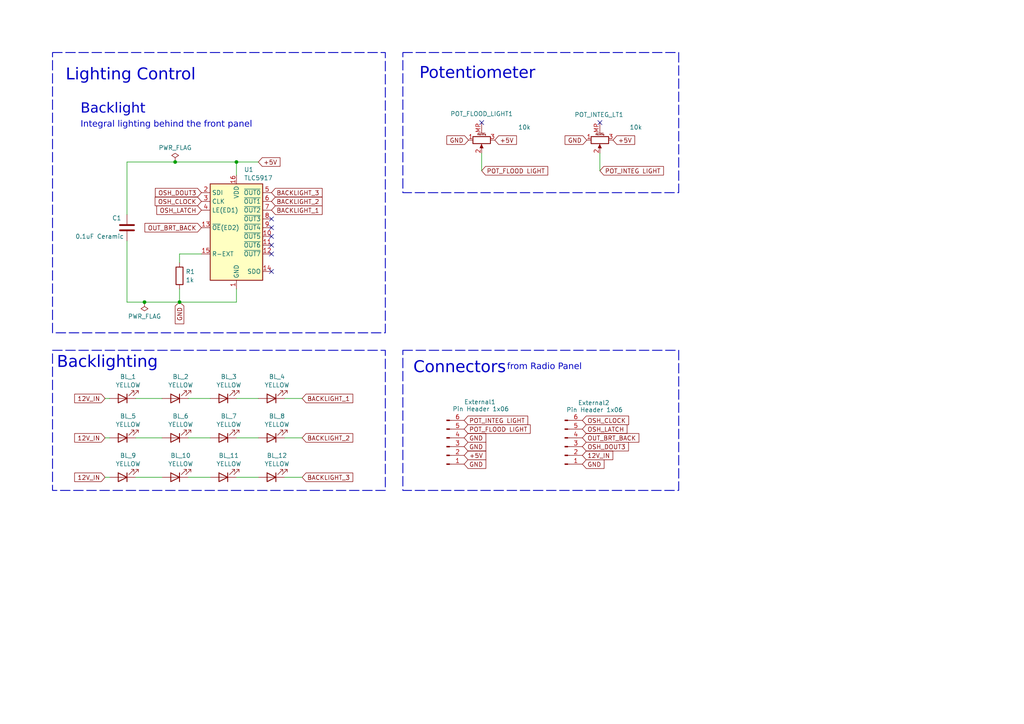
<source format=kicad_sch>
(kicad_sch (version 20231120) (generator "eeschema") (generator_version "8.0")
  (paper "A4")
  (title_block (title "LIGHTING PEDESTAL CAPT Panel") (date "2024-11-18") (rev "V1.0") (company "S.K.") (comment 1 "This panel has be connected to Radio Panel on Captain side"))
  (lib_symbols
    (symbol "Connector:Conn_01x06_Pin" (pin_names (offset 1.016) hide)
      (property "Reference" "J" (at 0 7.62 0))
      (property "Value" "Conn_01x06_Pin" (at 0 -10.16 0))
      (symbol "Conn_01x06_Pin_1_1"
        (polyline (pts (xy 1.27 -7.62) (xy 0.8636 -7.62)) (stroke (width 0.1524)))
        (polyline (pts (xy 1.27 -5.08) (xy 0.8636 -5.08)) (stroke (width 0.1524)))
        (polyline (pts (xy 1.27 -2.54) (xy 0.8636 -2.54)) (stroke (width 0.1524)))
        (polyline (pts (xy 1.27 0) (xy 0.8636 0)) (stroke (width 0.1524)))
        (polyline (pts (xy 1.27 2.54) (xy 0.8636 2.54)) (stroke (width 0.1524)))
        (polyline (pts (xy 1.27 5.08) (xy 0.8636 5.08)) (stroke (width 0.1524)))
        (rectangle (start 0.8636 -7.493) (end 0 -7.747) (stroke (width 0.1524)) (fill (type outline)))
        (rectangle (start 0.8636 -4.953) (end 0 -5.207) (stroke (width 0.1524)) (fill (type outline)))
        (rectangle (start 0.8636 -2.413) (end 0 -2.667) (stroke (width 0.1524)) (fill (type outline)))
        (rectangle (start 0.8636 0.127) (end 0 -0.127) (stroke (width 0.1524)) (fill (type outline)))
        (rectangle (start 0.8636 2.667) (end 0 2.413) (stroke (width 0.1524)) (fill (type outline)))
        (rectangle (start 0.8636 5.207) (end 0 4.953) (stroke (width 0.1524)) (fill (type outline)))
        (pin passive line (at 5.08 5.08 180) (length 3.81) (name "Pin_1") (number "1"))
        (pin passive line (at 5.08 2.54 180) (length 3.81) (name "Pin_2") (number "2"))
        (pin passive line (at 5.08 0 180) (length 3.81) (name "Pin_3") (number "3"))
        (pin passive line (at 5.08 -2.54 180) (length 3.81) (name "Pin_4") (number "4"))
        (pin passive line (at 5.08 -5.08 180) (length 3.81) (name "Pin_5") (number "5"))
        (pin passive line (at 5.08 -7.62 180) (length 3.81) (name "Pin_6") (number "6"))
      )
    )
    (symbol "Device:C" (pin_numbers hide) (pin_names (offset 0.254))
      (property "Reference" "C" (at 0.635 2.54 0))
      (property "Value" "C" (at 0.635 -2.54 0))
      (symbol "C_0_1"
        (polyline (pts (xy -2.032 -0.762) (xy 2.032 -0.762)) (stroke (width 0.508)))
        (polyline (pts (xy -2.032 0.762) (xy 2.032 0.762)) (stroke (width 0.508)))
      )
      (symbol "C_1_1"
        (pin passive line (at 0 3.81 270) (length 2.794) (name "~") (number "1"))
        (pin passive line (at 0 -3.81 90) (length 2.794) (name "~") (number "2"))
      )
    )
    (symbol "Device:LED" (pin_numbers hide) (pin_names (offset 1.016) hide)
      (property "Reference" "D" (at 0 2.54 0))
      (property "Value" "LED" (at 0 -2.54 0))
      (symbol "LED_0_1"
        (polyline (pts (xy -1.27 -1.27) (xy -1.27 1.27)) (stroke (width 0.254)))
        (polyline (pts (xy -1.27 0) (xy 1.27 0)))
        (polyline (pts (xy 1.27 -1.27) (xy 1.27 1.27) (xy -1.27 0) (xy 1.27 -1.27)) (stroke (width 0.254)))
        (polyline (pts (xy -3.048 -0.762) (xy -4.572 -2.286) (xy -3.81 -2.286) (xy -4.572 -2.286) (xy -4.572 -1.524)))
        (polyline (pts (xy -1.778 -0.762) (xy -3.302 -2.286) (xy -2.54 -2.286) (xy -3.302 -2.286) (xy -3.302 -1.524)))
      )
      (symbol "LED_1_1"
        (pin passive line (at -3.81 0 0) (length 2.54) (name "K") (number "1"))
        (pin passive line (at 3.81 0 180) (length 2.54) (name "A") (number "2"))
      )
    )
    (symbol "Device:R" (pin_numbers hide) (pin_names (offset 0))
      (property "Reference" "R" (at 2.032 0 90))
      (property "Value" "R" (at 0 0 90))
      (symbol "R_0_1"
        (rectangle (start -1.016 -2.54) (end 1.016 2.54) (stroke (width 0.254)))
      )
      (symbol "R_1_1"
        (pin passive line (at 0 3.81 270) (length 1.27) (name "~") (number "1"))
        (pin passive line (at 0 -3.81 90) (length 1.27) (name "~") (number "2"))
      )
    )
    (symbol "Device:R_Potentiometer_MountingPin" (pin_names (offset 1.016) hide)
      (property "Reference" "RV" (at -8.255 0 90))
      (property "Value" "R_Potentiometer_MountingPin" (at -6.35 0 90))
      (symbol "R_Potentiometer_MountingPin_0_1"
        (polyline (pts (xy 2.54 0) (xy 1.524 0)))
        (polyline (pts (xy 1.143 0) (xy 2.286 0.508) (xy 2.286 -0.508)) (fill (type outline)))
        (rectangle (start 1.016 2.54) (end -1.016 -2.54) (stroke (width 0.254)))
      )
      (symbol "R_Potentiometer_MountingPin_1_1"
        (polyline (pts (xy -2.032 1.016) (xy -2.032 -1.016)) (stroke (width 0.1524)))
        (text "Mounting" (at -1.651 0 900) (effects (font (size 0.381 0.381))))
        (pin passive line (at 0 3.81 270) (length 1.27) (name "1") (number "1"))
        (pin passive line (at 3.81 0 180) (length 1.27) (name "2") (number "2"))
        (pin passive line (at 0 -3.81 90) (length 1.27) (name "3") (number "3"))
        (pin passive line (at -5.08 0 0) (length 3.048) (name "MountPin") (number "MP"))
      )
    )
    (symbol "Driver_LED:TLC5917"
      (property "Reference" "U" (at -7.62 13.97 0))
      (property "Value" "TLC5917" (at -7.62 -16.51 0))
      (symbol "TLC5917_1_0"
        (pin power_in line (at 0 -17.78 90) (length 2.54) (name "GND") (number "1"))
        (pin open_collector line (at 10.16 -2.54 180) (length 2.54) (name "~{OUT5}") (number "10"))
        (pin open_collector line (at 10.16 -5.08 180) (length 2.54) (name "~{OUT6}") (number "11"))
        (pin open_collector line (at 10.16 -7.62 180) (length 2.54) (name "~{OUT7}") (number "12"))
        (pin passive line (at -10.16 0 0) (length 2.54) (name "~{OE}(ED2)") (number "13"))
        (pin output line (at 10.16 -12.7 180) (length 2.54) (name "SDO") (number "14"))
        (pin input line (at -10.16 -7.62 0) (length 2.54) (name "R-EXT") (number "15"))
        (pin power_in line (at 0 15.24 270) (length 2.54) (name "VDD") (number "16"))
        (pin input line (at -10.16 10.16 0) (length 2.54) (name "SDI") (number "2"))
        (pin input line (at -10.16 7.62 0) (length 2.54) (name "CLK") (number "3"))
        (pin passive line (at -10.16 5.08 0) (length 2.54) (name "LE(ED1)") (number "4"))
        (pin open_collector line (at 10.16 10.16 180) (length 2.54) (name "~{OUT0}") (number "5"))
        (pin open_collector line (at 10.16 7.62 180) (length 2.54) (name "~{OUT1}") (number "6"))
        (pin open_collector line (at 10.16 5.08 180) (length 2.54) (name "~{OUT2}") (number "7"))
        (pin open_collector line (at 10.16 2.54 180) (length 2.54) (name "~{OUT3}") (number "8"))
        (pin open_collector line (at 10.16 0 180) (length 2.54) (name "~{OUT4}") (number "9"))
      )
      (symbol "TLC5917_1_1"
        (rectangle (start -7.62 12.7) (end 7.62 -15.24) (stroke (width 0.254)) (fill (type background)))
      )
    )
    (symbol "power:PWR_FLAG" (power) (pin_numbers hide) (pin_names (offset 0) hide)
      (property "Value" "PWR_FLAG" (at 0 3.81 0))
      (symbol "PWR_FLAG_0_0"
        (pin power_out line (at 0 0 90) (length 0) (name "~") (number "1"))
      )
      (symbol "PWR_FLAG_0_1"
        (polyline (pts (xy 0 0) (xy 0 1.27) (xy -1.016 1.905) (xy 0 2.54) (xy 1.016 1.905) (xy 0 1.27)))
      )
    )
  )
  (junction (at 68.58 46.99))
  (junction (at 41.91 87.63))
  (junction (at 50.8 46.99))
  (junction (at 52.07 87.63))
  (no_connect (at 78.74 63.5))
  (no_connect (at 173.99 35.56))
  (no_connect (at 78.74 78.74))
  (no_connect (at 139.7 35.56))
  (no_connect (at 78.74 73.66))
  (no_connect (at 78.74 68.58))
  (no_connect (at 78.74 71.12))
  (no_connect (at 78.74 66.04))
  (wire (pts (xy 52.07 73.66) (xy 52.07 76.2)))
  (wire (pts (xy 54.61 138.43) (xy 60.96 138.43)))
  (wire (pts (xy 139.7 49.53) (xy 139.7 44.45)))
  (wire (pts (xy 41.91 87.63) (xy 52.07 87.63)))
  (wire (pts (xy 36.83 46.99) (xy 50.8 46.99)))
  (wire (pts (xy 58.42 73.66) (xy 52.07 73.66)))
  (wire (pts (xy 39.37 115.57) (xy 46.99 115.57)))
  (wire (pts (xy 30.48 115.57) (xy 31.75 115.57)))
  (wire (pts (xy 68.58 138.43) (xy 74.93 138.43)))
  (wire (pts (xy 36.83 87.63) (xy 41.91 87.63)))
  (wire (pts (xy 68.58 46.99) (xy 68.58 50.8)))
  (wire (pts (xy 82.55 127) (xy 87.63 127)))
  (wire (pts (xy 31.75 138.43) (xy 30.48 138.43)))
  (wire (pts (xy 50.8 46.99) (xy 68.58 46.99)))
  (wire (pts (xy 39.37 127) (xy 46.99 127)))
  (wire (pts (xy 36.83 46.99) (xy 36.83 62.23)))
  (wire (pts (xy 31.75 127) (xy 30.48 127)))
  (wire (pts (xy 52.07 87.63) (xy 68.58 87.63)))
  (wire (pts (xy 68.58 46.99) (xy 74.93 46.99)))
  (wire (pts (xy 82.55 138.43) (xy 87.63 138.43)))
  (wire (pts (xy 54.61 127) (xy 60.96 127)))
  (wire (pts (xy 68.58 115.57) (xy 74.93 115.57)))
  (wire (pts (xy 82.55 115.57) (xy 87.63 115.57)))
  (wire (pts (xy 68.58 127) (xy 74.93 127)))
  (wire (pts (xy 173.99 49.53) (xy 173.99 44.45)))
  (wire (pts (xy 54.61 115.57) (xy 60.96 115.57)))
  (wire (pts (xy 36.83 69.85) (xy 36.83 87.63)))
  (wire (pts (xy 52.07 83.82) (xy 52.07 87.63)))
  (wire (pts (xy 68.58 87.63) (xy 68.58 83.82)))
  (wire (pts (xy 39.37 138.43) (xy 46.99 138.43)))
  (rectangle (start 15.24 15.24) (end 111.76 96.52) (stroke (width 0.254) (type dash)))
  (rectangle (start 116.84 101.6) (end 196.85 142.24) (stroke (width 0.254) (type dash)))
  (rectangle (start 116.84 15.24) (end 196.85 55.88) (stroke (width 0.254) (type dash)))
  (rectangle (start 15.2399 101.6) (end 111.76 142.24) (stroke (width 0.254) (type dash)))
  (text "Integral lighting behind the front panel" (at 23.368 35.6108 0) (effects (font (size 1.8288 1.8288)) (justify left top)))
  (text "Potentiometer" (at 121.666 20.32 0) (effects (font (size 3.3782 3.3782)) (justify left top)))
  (text "from Radio Panel" (at 147.066 105.918 0) (effects (font (size 1.8288 1.8288)) (justify left top)))
  (text "Backlighting" (at 16.51 104.14 0) (effects (font (size 3.3782 3.3782)) (justify left top)))
  (text "Connectors" (at 119.888 105.664 0) (effects (font (size 3.3782 3.3782)) (justify left top)))
  (text "Backlight" (at 23.368 30.734 0) (effects (font (size 2.8956 2.8956)) (justify left top)))
  (text "Lighting Control" (at 19.05 20.7518 0) (effects (font (size 3.3782 3.3782)) (justify left top)))
  (global_label "POT_INTEG LIGHT" (shape input) (at 134.62 121.92 0) (property "Intersheetrefs" "${INTERSHEET_REFS}" (effects (hide yes))))
  (global_label "12V_IN" (shape input) (at 30.48 115.57 180) (property "Intersheetrefs" "${INTERSHEET_REFS}" (effects (hide yes))))
  (global_label "OSH_DOUT3" (shape input) (at 58.42 55.88 180) (property "Intersheetrefs" "${INTERSHEET_REFS}" (effects (hide yes))))
  (global_label "+5V" (shape input) (at 143.51 40.64 0) (property "Intersheetrefs" "${INTERSHEET_REFS}" (effects (hide yes))))
  (global_label "+5V" (shape input) (at 177.8 40.64 0) (property "Intersheetrefs" "${INTERSHEET_REFS}" (effects (hide yes))))
  (global_label "BACKLIGHT_3" (shape input) (at 87.63 138.43 0) (property "Intersheetrefs" "${INTERSHEET_REFS}" (effects (hide yes))))
  (global_label "12V_IN" (shape input) (at 168.91 132.08 0) (property "Intersheetrefs" "${INTERSHEET_REFS}" (effects (hide yes))))
  (global_label "+5V" (shape input) (at 134.62 132.08 0) (property "Intersheetrefs" "${INTERSHEET_REFS}" (effects (hide yes))))
  (global_label "GND" (shape input) (at 134.62 129.54 0) (property "Intersheetrefs" "${INTERSHEET_REFS}" (effects (hide yes))))
  (global_label "GND" (shape input) (at 170.18 40.64 180) (property "Intersheetrefs" "${INTERSHEET_REFS}" (effects (hide yes))))
  (global_label "GND" (shape input) (at 134.62 134.62 0) (property "Intersheetrefs" "${INTERSHEET_REFS}" (effects (hide yes))))
  (global_label "BACKLIGHT_2" (shape input) (at 87.63 127 0) (property "Intersheetrefs" "${INTERSHEET_REFS}" (effects (hide yes))))
  (global_label "BACKLIGHT_2" (shape input) (at 78.74 58.42 0) (property "Intersheetrefs" "${INTERSHEET_REFS}" (effects (hide yes))))
  (global_label "OUT_BRT_BACK" (shape input) (at 168.91 127 0) (property "Intersheetrefs" "${INTERSHEET_REFS}" (effects (hide yes))))
  (global_label "GND" (shape input) (at 52.07 87.63 270) (property "Intersheetrefs" "${INTERSHEET_REFS}" (effects (hide yes))))
  (global_label "OSH_LATCH" (shape input) (at 58.42 60.96 180) (property "Intersheetrefs" "${INTERSHEET_REFS}" (effects (hide yes))))
  (global_label "BACKLIGHT_1" (shape input) (at 78.74 60.96 0) (property "Intersheetrefs" "${INTERSHEET_REFS}" (effects (hide yes))))
  (global_label "GND" (shape input) (at 135.89 40.64 180) (property "Intersheetrefs" "${INTERSHEET_REFS}" (effects (hide yes))))
  (global_label "GND" (shape input) (at 168.91 134.62 0) (property "Intersheetrefs" "${INTERSHEET_REFS}" (effects (hide yes))))
  (global_label "POT_INTEG LIGHT" (shape input) (at 173.99 49.53 0) (property "Intersheetrefs" "${INTERSHEET_REFS}" (effects (hide yes))))
  (global_label "GND" (shape input) (at 134.62 127 0) (property "Intersheetrefs" "${INTERSHEET_REFS}" (effects (hide yes))))
  (global_label "POT_FLOOD LIGHT" (shape input) (at 134.62 124.46 0) (property "Intersheetrefs" "${INTERSHEET_REFS}" (effects (hide yes))))
  (global_label "BACKLIGHT_3" (shape input) (at 78.74 55.88 0) (property "Intersheetrefs" "${INTERSHEET_REFS}" (effects (hide yes))))
  (global_label "OSH_LATCH" (shape input) (at 168.91 124.46 0) (property "Intersheetrefs" "${INTERSHEET_REFS}" (effects (hide yes))))
  (global_label "OSH_DOUT3" (shape input) (at 168.91 129.54 0) (property "Intersheetrefs" "${INTERSHEET_REFS}" (effects (hide yes))))
  (global_label "12V_IN" (shape input) (at 30.48 138.43 180) (property "Intersheetrefs" "${INTERSHEET_REFS}" (effects (hide yes))))
  (global_label "OSH_CLOCK" (shape input) (at 168.91 121.92 0) (property "Intersheetrefs" "${INTERSHEET_REFS}" (effects (hide yes))))
  (global_label "OSH_CLOCK" (shape input) (at 58.42 58.42 180) (property "Intersheetrefs" "${INTERSHEET_REFS}" (effects (hide yes))))
  (global_label "BACKLIGHT_1" (shape input) (at 87.63 115.57 0) (property "Intersheetrefs" "${INTERSHEET_REFS}" (effects (hide yes))))
  (global_label "+5V" (shape input) (at 74.93 46.99 0) (property "Intersheetrefs" "${INTERSHEET_REFS}" (effects (hide yes))))
  (global_label "POT_FLOOD LIGHT" (shape input) (at 139.7 49.53 0) (property "Intersheetrefs" "${INTERSHEET_REFS}" (effects (hide yes))))
  (global_label "OUT_BRT_BACK" (shape input) (at 58.42 66.04 180) (property "Intersheetrefs" "${INTERSHEET_REFS}" (effects (hide yes))))
  (global_label "12V_IN" (shape input) (at 30.48 127 180) (property "Intersheetrefs" "${INTERSHEET_REFS}" (effects (hide yes))))
  (symbol (lib_id "Device:LED") (at 64.77 115.57 180) (unit 1)
    (property "Reference" "BL_3" (at 66.3575 109.2665 0))
    (property "Value" "YELLOW" (at 66.3575 111.6908 0))
    (property "Footprint" "LED_THT:LED_D3.0mm" (effects (hide yes)))
    (property "Description" "Light emitting diode" (effects (hide yes)))
  )
  (symbol (lib_id "Driver_LED:TLC5917") (at 68.58 66.04 0) (unit 1)
    (property "Reference" "U1" (at 70.7741 49.1955 0) (effects (justify left)))
    (property "Value" "TLC5917" (at 70.7741 51.6198 0) (effects (justify left)))
    (property "Footprint" "Package_DIP:DIP-16_W7.62mm" (effects (hide yes)))
    (property "Datasheet" "https://www.ti.com/lit/ds/symlink/tlc5917.pdf" (effects (hide yes)))
    (property "Description" "8-Channel Constant-Current LED Sink Driver, Short to VLED detection" (effects (hide yes)))
  )
  (symbol (lib_id "Device:LED") (at 78.74 127 180) (unit 1)
    (property "Reference" "BL_8" (at 80.3275 120.6965 0))
    (property "Value" "YELLOW" (at 80.3275 123.1208 0))
    (property "Footprint" "LED_THT:LED_D3.0mm" (effects (hide yes)))
    (property "Description" "Light emitting diode" (effects (hide yes)))
  )
  (symbol (lib_id "Device:LED") (at 64.77 138.43 180) (unit 1)
    (property "Reference" "BL_11" (at 66.3575 132.1265 0))
    (property "Value" "YELLOW" (at 66.3575 134.5508 0))
    (property "Footprint" "LED_THT:LED_D3.0mm" (effects (hide yes)))
    (property "Description" "Light emitting diode" (effects (hide yes)))
  )
  (symbol (lib_id "Device:LED") (at 78.74 138.43 180) (unit 1)
    (property "Reference" "BL_12" (at 80.3275 132.1265 0))
    (property "Value" "YELLOW" (at 80.3275 134.5508 0))
    (property "Footprint" "LED_THT:LED_D3.0mm" (effects (hide yes)))
    (property "Description" "Light emitting diode" (effects (hide yes)))
  )
  (symbol (lib_id "Device:R_Potentiometer_MountingPin") (at 139.7 40.64 90) (mirror x) (unit 1)
    (property "Reference" "POT_FLOOD_LIGHT1" (at 139.7 33.02 90))
    (property "Value" "10k" (at 152.0939 36.9193 90))
    (property "Footprint" "Potentiometer_THT:Potentiometer_Alps_RK09K_Single_Vertical" (effects (hide yes)))
    (property "Description" "Potentiometer with a mounting pin" (effects (hide yes)))
  )
  (symbol (lib_id "Device:C") (at 36.83 66.04 0) (unit 1)
    (property "Reference" "C1" (at 32.512 63.246 0) (effects (justify left)))
    (property "Value" "0.1uF Ceramic" (at 21.844 68.58 0) (effects (justify left)))
    (property "Footprint" "Capacitor_THT:C_Disc_D3.0mm_W1.6mm_P2.50mm" (effects (hide yes)))
    (property "Description" "Unpolarized capacitor" (effects (hide yes)))
  )
  (symbol (lib_id "Device:R") (at 52.07 80.01 0) (unit 1)
    (property "Reference" "R1" (at 53.848 78.7978 0) (effects (justify left)))
    (property "Value" "1k" (at 53.848 81.2221 0) (effects (justify left)))
    (property "Footprint" "Resistor_THT:R_Axial_DIN0204_L3.6mm_D1.6mm_P5.08mm_Horizontal" (effects (hide yes)))
    (property "Description" "Resistor" (effects (hide yes)))
  )
  (symbol (lib_id "Device:LED") (at 64.77 127 180) (unit 1)
    (property "Reference" "BL_7" (at 66.3575 120.6965 0))
    (property "Value" "YELLOW" (at 66.3575 123.1208 0))
    (property "Footprint" "LED_THT:LED_D3.0mm" (effects (hide yes)))
    (property "Description" "Light emitting diode" (effects (hide yes)))
  )
  (symbol (lib_id "Device:LED") (at 35.56 138.43 180) (unit 1)
    (property "Reference" "BL_9" (at 37.1475 132.1265 0))
    (property "Value" "YELLOW" (at 37.1475 134.5508 0))
    (property "Footprint" "LED_THT:LED_D3.0mm" (effects (hide yes)))
    (property "Description" "Light emitting diode" (effects (hide yes)))
  )
  (symbol (lib_id "power:PWR_FLAG") (at 50.8 46.99 0) (unit 1)
    (property "Reference" "#FLG02" (effects (hide yes)))
    (property "Value" "PWR_FLAG" (at 50.8 42.8569 0))
    (property "Description" "Special symbol for telling ERC where power comes from" (effects (hide yes)))
  )
  (symbol (lib_id "power:PWR_FLAG") (at 41.91 87.63 180) (unit 1)
    (property "Reference" "#FLG01" (effects (hide yes)))
    (property "Value" "PWR_FLAG" (at 41.91 91.7631 0))
    (property "Description" "Special symbol for telling ERC where power comes from" (effects (hide yes)))
  )
  (symbol (lib_id "Connector:Conn_01x06_Pin") (at 129.54 129.54 0) (mirror x) (unit 1)
    (property "Reference" "External1" (at 139.192 116.586 0))
    (property "Value" "Pin Header 1x06" (at 139.446 118.618 0))
    (property "Footprint" "Connector_JST:JST_EH_B6B-EH-A_1x06_P2.50mm_Vertical" (effects (hide yes)))
    (property "Description" "Generic connector, single row, 01x06, script generated" (effects (hide yes)))
  )
  (symbol (lib_id "Device:LED") (at 50.8 138.43 180) (unit 1)
    (property "Reference" "BL_10" (at 52.3875 132.1265 0))
    (property "Value" "YELLOW" (at 52.3875 134.5508 0))
    (property "Footprint" "LED_THT:LED_D3.0mm" (effects (hide yes)))
    (property "Description" "Light emitting diode" (effects (hide yes)))
  )
  (symbol (lib_id "Device:LED") (at 50.8 115.57 180) (unit 1)
    (property "Reference" "BL_2" (at 52.3875 109.2665 0))
    (property "Value" "YELLOW" (at 52.3875 111.6908 0))
    (property "Footprint" "LED_THT:LED_D3.0mm" (effects (hide yes)))
    (property "Description" "Light emitting diode" (effects (hide yes)))
  )
  (symbol (lib_id "Device:LED") (at 50.8 127 180) (unit 1)
    (property "Reference" "BL_6" (at 52.3875 120.6965 0))
    (property "Value" "YELLOW" (at 52.3875 123.1208 0))
    (property "Footprint" "LED_THT:LED_D3.0mm" (effects (hide yes)))
    (property "Description" "Light emitting diode" (effects (hide yes)))
  )
  (symbol (lib_id "Device:LED") (at 78.74 115.57 180) (unit 1)
    (property "Reference" "BL_4" (at 80.3275 109.2665 0))
    (property "Value" "YELLOW" (at 80.3275 111.6908 0))
    (property "Footprint" "LED_THT:LED_D3.0mm" (effects (hide yes)))
    (property "Description" "Light emitting diode" (effects (hide yes)))
  )
  (symbol (lib_id "Device:LED") (at 35.56 115.57 180) (unit 1)
    (property "Reference" "BL_1" (at 37.1475 109.2665 0))
    (property "Value" "YELLOW" (at 37.1475 111.6908 0))
    (property "Footprint" "LED_THT:LED_D3.0mm" (effects (hide yes)))
    (property "Description" "Light emitting diode" (effects (hide yes)))
  )
  (symbol (lib_id "Connector:Conn_01x06_Pin") (at 163.83 129.54 0) (mirror x) (unit 1)
    (property "Reference" "External2" (at 172.212 116.84 0))
    (property "Value" "Pin Header 1x06" (at 172.466 118.872 0))
    (property "Footprint" "Connector_JST:JST_EH_B6B-EH-A_1x06_P2.50mm_Vertical" (effects (hide yes)))
    (property "Description" "Generic connector, single row, 01x06, script generated" (effects (hide yes)))
  )
  (symbol (lib_id "Device:R_Potentiometer_MountingPin") (at 173.99 40.64 90) (mirror x) (unit 1)
    (property "Reference" "POT_INTEG_LT1" (at 173.736 33.274 90))
    (property "Value" "10k" (at 184.4184 36.9193 90))
    (property "Footprint" "Potentiometer_THT:Potentiometer_Alps_RK09K_Single_Vertical" (effects (hide yes)))
    (property "Description" "Potentiometer with a mounting pin" (effects (hide yes)))
  )
  (symbol (lib_id "Device:LED") (at 35.56 127 180) (unit 1)
    (property "Reference" "BL_5" (at 37.1475 120.6965 0))
    (property "Value" "YELLOW" (at 37.1475 123.1208 0))
    (property "Footprint" "LED_THT:LED_D3.0mm" (effects (hide yes)))
    (property "Description" "Light emitting diode" (effects (hide yes)))
  )
)
</source>
